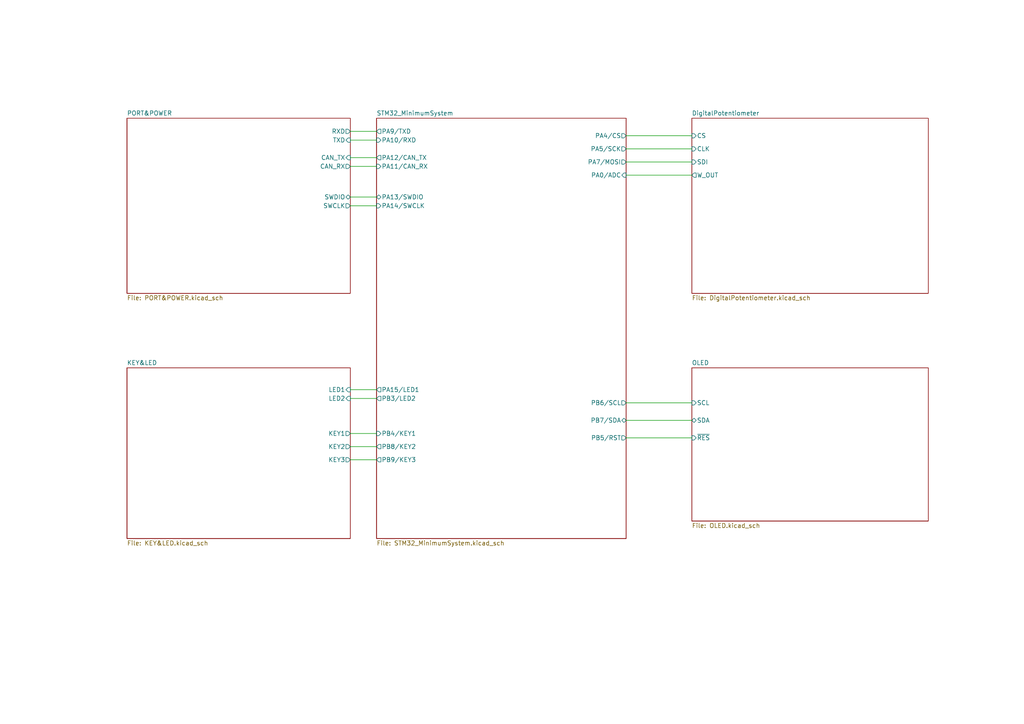
<source format=kicad_sch>
(kicad_sch (version 20211123) (generator eeschema)
  (paper "A4")
  (lib_symbols)
  (wire (pts (xy 181.61 43.18) (xy 200.66 43.18)))
  (wire (pts (xy 101.6 57.15) (xy 109.22 57.15)))
  (wire (pts (xy 101.6 129.54) (xy 109.22 129.54)))
  (wire (pts (xy 101.6 38.1) (xy 109.22 38.1)))
  (wire (pts (xy 101.6 45.72) (xy 109.22 45.72)))
  (wire (pts (xy 101.6 59.69) (xy 109.22 59.69)))
  (wire (pts (xy 181.61 46.99) (xy 200.66 46.99)))
  (wire (pts (xy 181.61 127) (xy 200.66 127)))
  (wire (pts (xy 101.6 125.73) (xy 109.22 125.73)))
  (wire (pts (xy 101.6 40.64) (xy 109.22 40.64)))
  (wire (pts (xy 101.6 133.35) (xy 109.22 133.35)))
  (wire (pts (xy 181.61 116.84) (xy 200.66 116.84)))
  (wire (pts (xy 181.61 39.37) (xy 200.66 39.37)))
  (wire (pts (xy 101.6 48.26) (xy 109.22 48.26)))
  (wire (pts (xy 101.6 113.03) (xy 109.22 113.03)))
  (wire (pts (xy 181.61 121.92) (xy 200.66 121.92)))
  (wire (pts (xy 101.6 115.57) (xy 109.22 115.57)))
  (wire (pts (xy 181.61 50.8) (xy 200.66 50.8)))
  (sheet (at 36.83 34.29) (size 64.77 50.8) (stroke (width 0.1524))
    (property "Sheet name" "PORT&POWER" (at 36.83 33.5784 0) (effects (justify left bottom)))
    (property "Sheet file" "PORT&POWER.kicad_sch" (at 36.83 85.6746 0) (effects (justify left top)))
    (pin "RXD" output (at 101.6 38.1 0))
    (pin "TXD" input (at 101.6 40.64 0))
    (pin "CAN_TX" input (at 101.6 45.72 0))
    (pin "CAN_RX" output (at 101.6 48.26 0))
    (pin "SWDIO" bidirectional (at 101.6 57.15 0))
    (pin "SWCLK" output (at 101.6 59.69 0))
  )
  (sheet (at 200.66 106.68) (size 68.58 44.45) (stroke (width 0.1524))
    (property "Sheet name" "OLED" (at 200.66 105.9684 0) (effects (justify left bottom)))
    (property "Sheet file" "OLED.kicad_sch" (at 200.66 151.7146 0) (effects (justify left top)))
    (pin "SDA" bidirectional (at 200.66 121.92 180))
    (pin "SCL" input (at 200.66 116.84 180))
    (pin "~{RES}" input (at 200.66 127 180))
  )
  (sheet (at 36.83 106.68) (size 64.77 49.53) (stroke (width 0.1524))
    (property "Sheet name" "KEY&LED" (at 36.83 105.9684 0) (effects (justify left bottom)))
    (property "Sheet file" "KEY&LED.kicad_sch" (at 36.83 156.7946 0) (effects (justify left top)))
    (pin "LED1" input (at 101.6 113.03 0))
    (pin "LED2" input (at 101.6 115.57 0))
    (pin "KEY2" output (at 101.6 129.54 0))
    (pin "KEY1" output (at 101.6 125.73 0))
    (pin "KEY3" output (at 101.6 133.35 0))
  )
  (sheet (at 109.22 34.29) (size 72.39 121.92) (stroke (width 0.1524))
    (property "Sheet name" "STM32_MinimumSystem" (at 109.22 33.5784 0) (effects (justify left bottom)))
    (property "Sheet file" "STM32_MinimumSystem.kicad_sch" (at 109.22 156.7946 0) (effects (justify left top)))
    (pin "PA13{slash}SWDIO" tri_state (at 109.22 57.15 180))
    (pin "PB5{slash}RST" output (at 181.61 127 0))
    (pin "PB4{slash}KEY1" input (at 109.22 125.73 180))
    (pin "PB9{slash}KEY3" output (at 109.22 133.35 180))
    (pin "PB8{slash}KEY2" output (at 109.22 129.54 180))
    (pin "PA14{slash}SWCLK" input (at 109.22 59.69 180))
    (pin "PA0{slash}ADC" input (at 181.61 50.8 0))
    (pin "PA7{slash}MOSI" output (at 181.61 46.99 0))
    (pin "PA15{slash}LED1" output (at 109.22 113.03 180))
    (pin "PB6{slash}SCL" output (at 181.61 116.84 0))
    (pin "PA5{slash}SCK" output (at 181.61 43.18 0))
    (pin "PB7{slash}SDA" bidirectional (at 181.61 121.92 0))
    (pin "PB3{slash}LED2" output (at 109.22 115.57 180))
    (pin "PA11{slash}CAN_RX" input (at 109.22 48.26 180))
    (pin "PA4{slash}CS" output (at 181.61 39.37 0))
    (pin "PA10{slash}RXD" input (at 109.22 40.64 180))
    (pin "PA9{slash}TXD" output (at 109.22 38.1 180))
    (pin "PA12{slash}CAN_TX" output (at 109.22 45.72 180))
  )
  (sheet (at 200.66 34.29) (size 68.58 50.8) (stroke (width 0.1524))
    (property "Sheet name" "DigitalPotentiometer" (at 200.66 33.5784 0) (effects (justify left bottom)))
    (property "Sheet file" "DigitalPotentiometer.kicad_sch" (at 200.66 85.6746 0) (effects (justify left top)))
    (pin "W_OUT" output (at 200.66 50.8 180))
    (pin "CS" input (at 200.66 39.37 180))
    (pin "SDI" input (at 200.66 46.99 180))
    (pin "CLK" input (at 200.66 43.18 180))
  )
)
</source>
